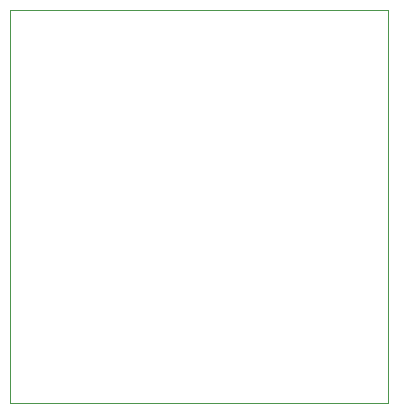
<source format=gbr>
%TF.GenerationSoftware,KiCad,Pcbnew,(6.0.9)*%
%TF.CreationDate,2023-02-20T13:31:34+11:00*%
%TF.ProjectId,PHY,5048592e-6b69-4636-9164-5f7063625858,rev?*%
%TF.SameCoordinates,Original*%
%TF.FileFunction,Profile,NP*%
%FSLAX46Y46*%
G04 Gerber Fmt 4.6, Leading zero omitted, Abs format (unit mm)*
G04 Created by KiCad (PCBNEW (6.0.9)) date 2023-02-20 13:31:34*
%MOMM*%
%LPD*%
G01*
G04 APERTURE LIST*
%TA.AperFunction,Profile*%
%ADD10C,0.100000*%
%TD*%
G04 APERTURE END LIST*
D10*
X107670600Y-70891400D02*
X139700000Y-70891400D01*
X139700000Y-70891400D02*
X139700000Y-104140000D01*
X139700000Y-104140000D02*
X107670600Y-104140000D01*
X107670600Y-104140000D02*
X107670600Y-70891400D01*
M02*

</source>
